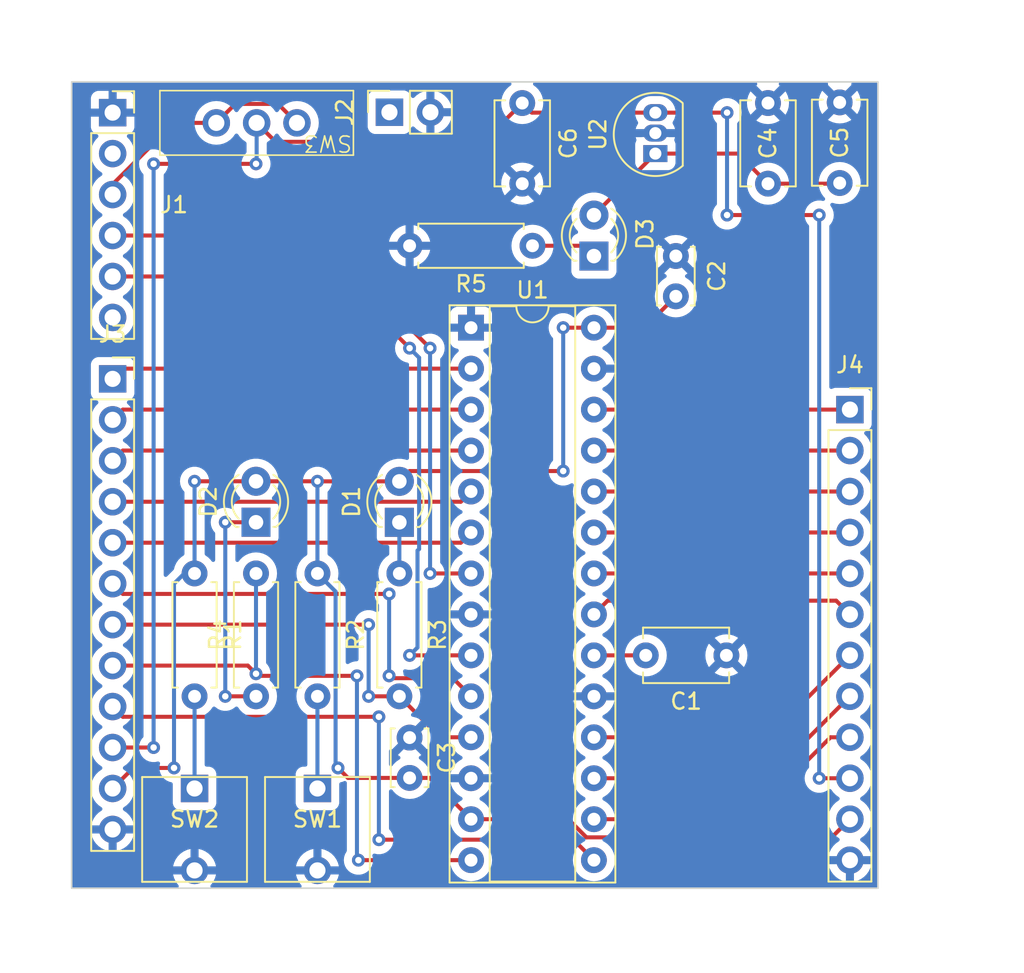
<source format=kicad_pcb>
(kicad_pcb (version 20221018) (generator pcbnew)
  (layers (0 "F.Cu" signal) (31 "B.Cu" signal) (34 "B.Paste" user) (35 "F.Paste" user) (36 "B.SilkS" user "B.Silkscreen") (37 "F.SilkS" user "F.Silkscreen") (38 "B.Mask" user) (39 "F.Mask" user) (44 "Edge.Cuts" user))
  (net 0 "")
  (net 1 "GND")
  (net 2 "Net-(U1-Vcap)")
  (net 3 "+3.3V")
  (net 4 "Net-(D3-A)")
  (net 5 "/Vin")
  (net 6 "Net-(D1-K)")
  (net 7 "Net-(D2-K)")
  (net 8 "Net-(D3-K)")
  (net 10 "Net-(J1-Pin_3)")
  (net 11 "/B3")
  (net 12 "/A2")
  (net 14 "Net-(J2-Pin_1)")
  (net 15 "/A0")
  (net 16 "/A1")
  (net 17 "/B0")
  (net 18 "/B1")
  (net 19 "/B2")
  (net 20 "/A3")
  (net 21 "/B4")
  (net 22 "/B5")
  (net 23 "/B6")
  (net 24 "/B15")
  (net 25 "/B14")
  (net 26 "/B13")
  (net 27 "/B12")
  (net 28 "/B11")
  (net 29 "/B10")
  (net 30 "/B9")
  (net 31 "/B8")
  (net 32 "/B7")
  (net 33 "Net-(R1-Pad2)")
  (net 34 "Net-(R2-Pad2)")
  (footprint "Package_DIP:DIP-28_W7.62mm_Socket" (layer "F.Cu") (at 154.305 83.82)
    (fp_text reference "U1" (at 3.81 -2.33) (layer "F.SilkS"))
    (fp_text value "PIC32MX170F256B")
    (fp_line (start -1.33 -1.39) (end -1.33 34.41) (stroke (width 0.12)) (layer "F.SilkS"))
    (fp_line (start -1.33 34.41) (end 8.95 34.41) (stroke (width 0.12)) (layer "F.SilkS"))
    (fp_line (start 1.16 -1.33) (end 1.16 34.35) (stroke (width 0.12)) (layer "F.SilkS"))
    (fp_line (start 1.16 34.35) (end 6.46 34.35) (stroke (width 0.12)) (layer "F.SilkS"))
    (fp_line (start 2.81 -1.33) (end 1.16 -1.33) (stroke (width 0.12)) (layer "F.SilkS"))
    (fp_line (start 6.46 -1.33) (end 4.81 -1.33) (stroke (width 0.12)) (layer "F.SilkS"))
    (fp_line (start 6.46 34.35) (end 6.46 -1.33) (stroke (width 0.12)) (layer "F.SilkS"))
    (fp_line (start 8.95 -1.39) (end -1.33 -1.39) (stroke (width 0.12)) (layer "F.SilkS"))
    (fp_line (start 8.95 34.41) (end 8.95 -1.39) (stroke (width 0.12)) (layer "F.SilkS"))
    (fp_arc (start 4.81 -1.33) (mid 3.81 -0.33) (end 2.81 -1.33) (stroke (width 0.12)) (layer "F.SilkS"))
    (pad "1" thru_hole rect (at 0 0) (size 1.6 1.6) (drill 0.8) (layers "*.Cu" "*.Mask") (net 1 "GND"))
    (pad "2" thru_hole oval (at 0 2.54) (size 1.6 1.6) (drill 0.8) (layers "*.Cu" "*.Mask") (net 15 "/A0"))
    (pad "3" thru_hole oval (at 0 5.08) (size 1.6 1.6) (drill 0.8) (layers "*.Cu" "*.Mask") (net 16 "/A1"))
    (pad "4" thru_hole oval (at 0 7.62) (size 1.6 1.6) (drill 0.8) (layers "*.Cu" "*.Mask") (net 17 "/B0"))
    (pad "5" thru_hole oval (at 0 10.16) (size 1.6 1.6) (drill 0.8) (layers "*.Cu" "*.Mask") (net 18 "/B1"))
    (pad "6" thru_hole oval (at 0 12.7) (size 1.6 1.6) (drill 0.8) (layers "*.Cu" "*.Mask") (net 19 "/B2"))
    (pad "7" thru_hole oval (at 0 15.24) (size 1.6 1.6) (drill 0.8) (layers "*.Cu" "*.Mask") (net 11 "/B3"))
    (pad "8" thru_hole oval (at 0 17.78) (size 1.6 1.6) (drill 0.8) (layers "*.Cu" "*.Mask") (net 1 "GND"))
    (pad "9" thru_hole oval (at 0 20.32) (size 1.6 1.6) (drill 0.8) (layers "*.Cu" "*.Mask") (net 12 "/A2"))
    (pad "10" thru_hole oval (at 0 22.86) (size 1.6 1.6) (drill 0.8) (layers "*.Cu" "*.Mask") (net 20 "/A3"))
    (pad "11" thru_hole oval (at 0 25.4) (size 1.6 1.6) (drill 0.8) (layers "*.Cu" "*.Mask") (net 21 "/B4"))
    (pad "12" thru_hole oval (at 0 27.94) (size 1.6 1.6) (drill 0.8) (layers "*.Cu" "*.Mask") (net 1 "GND"))
    (pad "13" thru_hole oval (at 0 30.48) (size 1.6 1.6) (drill 0.8) (layers "*.Cu" "*.Mask") (net 3 "+3.3V"))
    (pad "14" thru_hole oval (at 0 33.02) (size 1.6 1.6) (drill 0.8) (layers "*.Cu" "*.Mask") (net 22 "/B5"))
    (pad "15" thru_hole oval (at 7.62 33.02) (size 1.6 1.6) (drill 0.8) (layers "*.Cu" "*.Mask") (net 23 "/B6"))
    (pad "16" thru_hole oval (at 7.62 30.48) (size 1.6 1.6) (drill 0.8) (layers "*.Cu" "*.Mask") (net 32 "/B7"))
    (pad "17" thru_hole oval (at 7.62 27.94) (size 1.6 1.6) (drill 0.8) (layers "*.Cu" "*.Mask") (net 31 "/B8"))
    (pad "18" thru_hole oval (at 7.62 25.4) (size 1.6 1.6) (drill 0.8) (layers "*.Cu" "*.Mask") (net 30 "/B9"))
    (pad "19" thru_hole oval (at 7.62 22.86) (size 1.6 1.6) (drill 0.8) (layers "*.Cu" "*.Mask") (net 1 "GND"))
    (pad "20" thru_hole oval (at 7.62 20.32) (size 1.6 1.6) (drill 0.8) (layers "*.Cu" "*.Mask") (net 2 "Net-(U1-Vcap)"))
    (pad "21" thru_hole oval (at 7.62 17.78) (size 1.6 1.6) (drill 0.8) (layers "*.Cu" "*.Mask") (net 29 "/B10"))
    (pad "22" thru_hole oval (at 7.62 15.24) (size 1.6 1.6) (drill 0.8) (layers "*.Cu" "*.Mask") (net 28 "/B11"))
    (pad "23" thru_hole oval (at 7.62 12.7) (size 1.6 1.6) (drill 0.8) (layers "*.Cu" "*.Mask") (net 27 "/B12"))
    (pad "24" thru_hole oval (at 7.62 10.16) (size 1.6 1.6) (drill 0.8) (layers "*.Cu" "*.Mask") (net 26 "/B13"))
    (pad "25" thru_hole oval (at 7.62 7.62) (size 1.6 1.6) (drill 0.8) (layers "*.Cu" "*.Mask") (net 25 "/B14"))
    (pad "26" thru_hole oval (at 7.62 5.08) (size 1.6 1.6) (drill 0.8) (layers "*.Cu" "*.Mask") (net 24 "/B15"))
    (pad "27" thru_hole oval (at 7.62 2.54) (size 1.6 1.6) (drill 0.8) (layers "*.Cu" "*.Mask") (net 1 "GND"))
    (pad "28" thru_hole oval (at 7.62 0) (size 1.6 1.6) (drill 0.8) (layers "*.Cu" "*.Mask") (net 3 "+3.3V"))
  )
  (footprint "LED_THT:LED_D3.0mm" (layer "F.Cu") (at 149.86 95.89 90)
    (fp_text reference "D1" (at 1.27 -2.96 90) (layer "F.SilkS"))
    (fp_text value "GREEN")
    (fp_line (start -0.29 -1.236) (end -0.29 -1.08) (stroke (width 0.12)) (layer "F.SilkS"))
    (fp_line (start -0.29 1.08) (end -0.29 1.236) (stroke (width 0.12)) (layer "F.SilkS"))
    (fp_arc (start -0.29 -1.235516) (mid 1.366487 -1.987659) (end 2.942335 -1.078608) (stroke (width 0.12)) (layer "F.SilkS"))
    (fp_arc (start 0.229039 -1.08) (mid 1.270117 -1.5) (end 2.31113 -1.079837) (stroke (width 0.12)) (layer "F.SilkS"))
    (fp_arc (start 2.31113 1.079837) (mid 1.270117 1.5) (end 0.229039 1.08) (stroke (width 0.12)) (layer "F.SilkS"))
    (fp_arc (start 2.942335 1.078608) (mid 1.366487 1.987659) (end -0.29 1.235516) (stroke (width 0.12)) (layer "F.SilkS"))
    (pad "1" thru_hole rect (at 0 0 90) (size 1.8 1.8) (drill 0.9) (layers "*.Cu" "*.Mask") (net 6 "Net-(D1-K)"))
    (pad "2" thru_hole circle (at 2.54 0 90) (size 1.8 1.8) (drill 0.9) (layers "*.Cu" "*.Mask") (net 3 "+3.3V"))
  )
  (footprint "Resistor_THT:R_Axial_DIN0207_L6.3mm_D2.5mm_P7.62mm_Horizontal" (layer "F.Cu") (at 137.16 99.06 -90)
    (fp_text reference "R1" (at 3.81 -2.37 90) (layer "F.SilkS"))
    (fp_text value "10K")
    (fp_line (start 0.54 -1.37) (end 7.08 -1.37) (stroke (width 0.12)) (layer "F.SilkS"))
    (fp_line (start 0.54 -1.04) (end 0.54 -1.37) (stroke (width 0.12)) (layer "F.SilkS"))
    (fp_line (start 0.54 1.04) (end 0.54 1.37) (stroke (width 0.12)) (layer "F.SilkS"))
    (fp_line (start 0.54 1.37) (end 7.08 1.37) (stroke (width 0.12)) (layer "F.SilkS"))
    (fp_line (start 7.08 -1.37) (end 7.08 -1.04) (stroke (width 0.12)) (layer "F.SilkS"))
    (fp_line (start 7.08 1.37) (end 7.08 1.04) (stroke (width 0.12)) (layer "F.SilkS"))
    (pad "1" thru_hole circle (at 0 0 270) (size 1.6 1.6) (drill 0.8) (layers "*.Cu" "*.Mask") (net 3 "+3.3V"))
    (pad "2" thru_hole oval (at 7.62 0 270) (size 1.6 1.6) (drill 0.8) (layers "*.Cu" "*.Mask") (net 33 "Net-(R1-Pad2)"))
  )
  (footprint "Package_TO_SOT_THT:TO-92L_Inline" (layer "F.Cu") (at 165.735 73.025 90)
    (fp_text reference "U2" (at 1.19 -3.56 90) (layer "F.SilkS"))
    (fp_text value "AP7381-33V")
    (fp_line (start -0.75 1.7) (end 3.1 1.7) (stroke (width 0.12)) (layer "F.SilkS"))
    (fp_arc (start -0.75 1.7) (mid 1.183448 -2.579449) (end 3.138611 1.690122) (stroke (width 0.12)) (layer "F.SilkS"))
    (pad "1" thru_hole rect (at 0 0 90) (size 1.05 1.5) (drill 0.75) (layers "*.Cu" "*.Mask") (net 4 "Net-(D3-A)"))
    (pad "2" thru_hole oval (at 1.27 0 90) (size 1.05 1.5) (drill 0.75) (layers "*.Cu" "*.Mask") (net 1 "GND"))
    (pad "3" thru_hole oval (at 2.54 0 90) (size 1.05 1.5) (drill 0.75) (layers "*.Cu" "*.Mask") (net 5 "/Vin"))
  )
  (footprint "Connector_PinSocket_2.54mm:PinSocket_1x12_P2.54mm_Vertical" (layer "F.Cu") (at 177.8 88.9)
    (fp_text reference "J4" (at 0 -2.77) (layer "F.SilkS"))
    (fp_text value "Right")
    (fp_line (start -1.33 1.27) (end -1.33 29.27) (stroke (width 0.12)) (layer "F.SilkS"))
    (fp_line (start -1.33 1.27) (end 1.33 1.27) (stroke (width 0.12)) (layer "F.SilkS"))
    (fp_line (start -1.33 29.27) (end 1.33 29.27) (stroke (width 0.12)) (layer "F.SilkS"))
    (fp_line (start 0 -1.33) (end 1.33 -1.33) (stroke (width 0.12)) (layer "F.SilkS"))
    (fp_line (start 1.33 -1.33) (end 1.33 0) (stroke (width 0.12)) (layer "F.SilkS"))
    (fp_line (start 1.33 1.27) (end 1.33 29.27) (stroke (width 0.12)) (layer "F.SilkS"))
    (pad "1" thru_hole rect (at 0 0) (size 1.7 1.7) (drill 1) (layers "*.Cu" "*.Mask") (net 24 "/B15"))
    (pad "2" thru_hole oval (at 0 2.54) (size 1.7 1.7) (drill 1) (layers "*.Cu" "*.Mask") (net 25 "/B14"))
    (pad "3" thru_hole oval (at 0 5.08) (size 1.7 1.7) (drill 1) (layers "*.Cu" "*.Mask") (net 26 "/B13"))
    (pad "4" thru_hole oval (at 0 7.62) (size 1.7 1.7) (drill 1) (layers "*.Cu" "*.Mask") (net 27 "/B12"))
    (pad "5" thru_hole oval (at 0 10.16) (size 1.7 1.7) (drill 1) (layers "*.Cu" "*.Mask") (net 28 "/B11"))
    (pad "6" thru_hole oval (at 0 12.7) (size 1.7 1.7) (drill 1) (layers "*.Cu" "*.Mask") (net 29 "/B10"))
    (pad "7" thru_hole oval (at 0 15.24) (size 1.7 1.7) (drill 1) (layers "*.Cu" "*.Mask") (net 30 "/B9"))
    (pad "8" thru_hole oval (at 0 17.78) (size 1.7 1.7) (drill 1) (layers "*.Cu" "*.Mask") (net 31 "/B8"))
    (pad "9" thru_hole oval (at 0 20.32) (size 1.7 1.7) (drill 1) (layers "*.Cu" "*.Mask") (net 32 "/B7"))
    (pad "10" thru_hole oval (at 0 22.86) (size 1.7 1.7) (drill 1) (layers "*.Cu" "*.Mask") (net 5 "/Vin"))
    (pad "11" thru_hole oval (at 0 25.4) (size 1.7 1.7) (drill 1) (layers "*.Cu" "*.Mask") (net 3 "+3.3V"))
    (pad "12" thru_hole oval (at 0 27.94) (size 1.7 1.7) (drill 1) (layers "*.Cu" "*.Mask") (net 1 "GND"))
  )
  (footprint "LED_THT:LED_D3.0mm" (layer "F.Cu") (at 140.97 95.885 90)
    (fp_text reference "D2" (at 1.27 -2.96 90) (layer "F.SilkS"))
    (fp_text value "YELLOW")
    (fp_line (start -0.29 -1.236) (end -0.29 -1.08) (stroke (width 0.12)) (layer "F.SilkS"))
    (fp_line (start -0.29 1.08) (end -0.29 1.236) (stroke (width 0.12)) (layer "F.SilkS"))
    (fp_arc (start -0.29 -1.235516) (mid 1.366487 -1.987659) (end 2.942335 -1.078608) (stroke (width 0.12)) (layer "F.SilkS"))
    (fp_arc (start 0.229039 -1.08) (mid 1.270117 -1.5) (end 2.31113 -1.079837) (stroke (width 0.12)) (layer "F.SilkS"))
    (fp_arc (start 2.31113 1.079837) (mid 1.270117 1.5) (end 0.229039 1.08) (stroke (width 0.12)) (layer "F.SilkS"))
    (fp_arc (start 2.942335 1.078608) (mid 1.366487 1.987659) (end -0.29 1.235516) (stroke (width 0.12)) (layer "F.SilkS"))
    (pad "1" thru_hole rect (at 0 0 90) (size 1.8 1.8) (drill 0.9) (layers "*.Cu" "*.Mask") (net 7 "Net-(D2-K)"))
    (pad "2" thru_hole circle (at 2.54 0 90) (size 1.8 1.8) (drill 0.9) (layers "*.Cu" "*.Mask") (net 3 "+3.3V"))
  )
  (footprint "Connector_PinSocket_2.54mm:PinSocket_1x02_P2.54mm_Vertical" (layer "F.Cu") (at 149.245 70.46 90)
    (fp_text reference "J2" (at 0 -2.77 90) (layer "F.SilkS"))
    (fp_text value "Battery")
    (fp_line (start -1.33 1.27) (end -1.33 3.87) (stroke (width 0.12)) (layer "F.SilkS"))
    (fp_line (start -1.33 1.27) (end 1.33 1.27) (stroke (width 0.12)) (layer "F.SilkS"))
    (fp_line (start -1.33 3.87) (end 1.33 3.87) (stroke (width 0.12)) (layer "F.SilkS"))
    (fp_line (start 0 -1.33) (end 1.33 -1.33) (stroke (width 0.12)) (layer "F.SilkS"))
    (fp_line (start 1.33 -1.33) (end 1.33 0) (stroke (width 0.12)) (layer "F.SilkS"))
    (fp_line (start 1.33 1.27) (end 1.33 3.87) (stroke (width 0.12)) (layer "F.SilkS"))
    (pad "1" thru_hole rect (at 0 0 90) (size 1.7 1.7) (drill 1) (layers "*.Cu" "*.Mask") (net 14 "Net-(J2-Pin_1)"))
    (pad "2" thru_hole oval (at 0 2.54 90) (size 1.7 1.7) (drill 1) (layers "*.Cu" "*.Mask") (net 1 "GND"))
  )
  (footprint "Capacitor_THT:C_Disc_D5.1mm_W3.2mm_P5.00mm" (layer "F.Cu") (at 170.14 104.14 180)
    (fp_text reference "C1" (at 2.5 -2.85) (layer "F.SilkS"))
    (fp_text value "1uF")
    (fp_line (start -0.17 -1.721) (end -0.17 -1.055) (stroke (width 0.12)) (layer "F.SilkS"))
    (fp_line (start -0.17 -1.721) (end 5.17 -1.721) (stroke (width 0.12)) (layer "F.SilkS"))
    (fp_line (start -0.17 1.055) (end -0.17 1.721) (stroke (width 0.12)) (layer "F.SilkS"))
    (fp_line (start -0.17 1.721) (end 5.17 1.721) (stroke (width 0.12)) (layer "F.SilkS"))
    (fp_line (start 5.17 -1.721) (end 5.17 -1.055) (stroke (width 0.12)) (layer "F.SilkS"))
    (fp_line (start 5.17 1.055) (end 5.17 1.721) (stroke (width 0.12)) (layer "F.SilkS"))
    (pad "1" thru_hole circle (at 0 0 180) (size 1.6 1.6) (drill 0.8) (layers "*.Cu" "*.Mask") (net 1 "GND"))
    (pad "2" thru_hole circle (at 5 0 180) (size 1.6 1.6) (drill 0.8) (layers "*.Cu" "*.Mask") (net 2 "Net-(U1-Vcap)"))
  )
  (footprint "Capacitor_THT:C_Disc_D5.1mm_W3.2mm_P5.00mm" (layer "F.Cu") (at 177.165 74.85 90)
    (fp_text reference "C5" (at 2.5 0 90) (layer "F.SilkS"))
    (fp_text value "1uF")
    (fp_line (start -0.17 -1.721) (end -0.17 -1.055) (stroke (width 0.12)) (layer "F.SilkS"))
    (fp_line (start -0.17 -1.721) (end 5.17 -1.721) (stroke (width 0.12)) (layer "F.SilkS"))
    (fp_line (start -0.17 1.055) (end -0.17 1.721) (stroke (width 0.12)) (layer "F.SilkS"))
    (fp_line (start -0.17 1.721) (end 5.17 1.721) (stroke (width 0.12)) (layer "F.SilkS"))
    (fp_line (start 5.17 -1.721) (end 5.17 -1.055) (stroke (width 0.12)) (layer "F.SilkS"))
    (fp_line (start 5.17 1.055) (end 5.17 1.721) (stroke (width 0.12)) (layer "F.SilkS"))
    (pad "1" thru_hole circle (at 0 0 90) (size 1.6 1.6) (drill 0.8) (layers "*.Cu" "*.Mask") (net 4 "Net-(D3-A)"))
    (pad "2" thru_hole circle (at 5 0 90) (size 1.6 1.6) (drill 0.8) (layers "*.Cu" "*.Mask") (net 1 "GND"))
  )
  (footprint "Capacitor_THT:C_Disc_D3.4mm_W2.1mm_P2.50mm" (layer "F.Cu") (at 167.005 81.875 90)
    (fp_text reference "C2" (at 1.25 2.54 90) (layer "F.SilkS"))
    (fp_text value "0.1uF")
    (fp_line (start -0.57 -1.17) (end -0.57 -0.925) (stroke (width 0.12)) (layer "F.SilkS"))
    (fp_line (start -0.57 -1.17) (end 3.07 -1.17) (stroke (width 0.12)) (layer "F.SilkS"))
    (fp_line (start -0.57 0.925) (end -0.57 1.17) (stroke (width 0.12)) (layer "F.SilkS"))
    (fp_line (start -0.57 1.17) (end 3.07 1.17) (stroke (width 0.12)) (layer "F.SilkS"))
    (fp_line (start 3.07 -1.17) (end 3.07 -0.925) (stroke (width 0.12)) (layer "F.SilkS"))
    (fp_line (start 3.07 0.925) (end 3.07 1.17) (stroke (width 0.12)) (layer "F.SilkS"))
    (pad "1" thru_hole circle (at 0 0 90) (size 1.6 1.6) (drill 0.8) (layers "*.Cu" "*.Mask") (net 3 "+3.3V"))
    (pad "2" thru_hole circle (at 2.5 0 90) (size 1.6 1.6) (drill 0.8) (layers "*.Cu" "*.Mask") (net 1 "GND"))
  )
  (footprint "Capacitor_THT:C_Disc_D3.4mm_W2.1mm_P2.50mm" (layer "F.Cu") (at 150.495 109.24 -90)
    (fp_text reference "C3" (at 1.25 -2.3 90) (layer "F.SilkS"))
    (fp_text value "0.1uF")
    (fp_line (start -0.57 -1.17) (end -0.57 -0.925) (stroke (width 0.12)) (layer "F.SilkS"))
    (fp_line (start -0.57 -1.17) (end 3.07 -1.17) (stroke (width 0.12)) (layer "F.SilkS"))
    (fp_line (start -0.57 0.925) (end -0.57 1.17) (stroke (width 0.12)) (layer "F.SilkS"))
    (fp_line (start -0.57 1.17) (end 3.07 1.17) (stroke (width 0.12)) (layer "F.SilkS"))
    (fp_line (start 3.07 -1.17) (end 3.07 -0.925) (stroke (width 0.12)) (layer "F.SilkS"))
    (fp_line (start 3.07 0.925) (end 3.07 1.17) (stroke (width 0.12)) (layer "F.SilkS"))
    (pad "1" thru_hole circle (at 0 0 270) (size 1.6 1.6) (drill 0.8) (layers "*.Cu" "*.Mask") (net 1 "GND"))
    (pad "2" thru_hole circle (at 2.5 0 270) (size 1.6 1.6) (drill 0.8) (layers "*.Cu" "*.Mask") (net 3 "+3.3V"))
  )
  (footprint "Capacitor_THT:C_Disc_D5.1mm_W3.2mm_P5.00mm" (layer "F.Cu") (at 172.72 74.89 90)
    (fp_text reference "C4" (at 2.5 0 90) (layer "F.SilkS"))
    (fp_text value "1uF")
    (fp_line (start -0.17 -1.721) (end -0.17 -1.055) (stroke (width 0.12)) (layer "F.SilkS"))
    (fp_line (start -0.17 -1.721) (end 5.17 -1.721) (stroke (width 0.12)) (layer "F.SilkS"))
    (fp_line (start -0.17 1.055) (end -0.17 1.721) (stroke (width 0.12)) (layer "F.SilkS"))
    (fp_line (start -0.17 1.721) (end 5.17 1.721) (stroke (width 0.12)) (layer "F.SilkS"))
    (fp_line (start 5.17 -1.721) (end 5.17 -1.055) (stroke (width 0.12)) (layer "F.SilkS"))
    (fp_line (start 5.17 1.055) (end 5.17 1.721) (stroke (width 0.12)) (layer "F.SilkS"))
    (pad "1" thru_hole circle (at 0 0 90) (size 1.6 1.6) (drill 0.8) (layers "*.Cu" "*.Mask") (net 4 "Net-(D3-A)"))
    (pad "2" thru_hole circle (at 5 0 90) (size 1.6 1.6) (drill 0.8) (layers "*.Cu" "*.Mask") (net 1 "GND"))
  )
  (footprint "ME433_footprint:Pushbutton_sw" (layer "F.Cu") (at 137.16 114.935)
    (fp_text reference "SW2" (at 0 -0.635) (layer "F.SilkS"))
    (fp_text value "USER")
    (fp_line (start -3.25 -3.25) (end -3.25 3.25) (stroke (width 0.12)) (layer "F.SilkS"))
    (fp_line (start -3.25 -3.25) (end 3.25 -3.25) (stroke (width 0.12)) (layer "F.SilkS"))
    (fp_line (start -3.25 3.25) (end 3.25 3.25) (stroke (width 0.12)) (layer "F.SilkS"))
    (fp_line (start 3.25 -3.25) (end 3.25 3.25) (stroke (width 0.12)) (layer "F.SilkS"))
    (pad "1" thru_hole rect (at 0 -2.54) (size 1.7 1.7) (drill 1) (layers "*.Cu" "*.Mask") (net 33 "Net-(R1-Pad2)"))
    (pad "2" thru_hole oval (at 0 2.54) (size 1.7 1.7) (drill 1) (layers "*.Cu" "*.Mask") (net 1 "GND"))
  )
  (footprint "Resistor_THT:R_Axial_DIN0207_L6.3mm_D2.5mm_P7.62mm_Horizontal" (layer "F.Cu") (at 149.86 99.06 -90)
    (fp_text reference "R3" (at 3.81 -2.37 90) (layer "F.SilkS"))
    (fp_text value "330")
    (fp_line (start 0.54 -1.37) (end 7.08 -1.37) (stroke (width 0.12)) (layer "F.SilkS"))
    (fp_line (start 0.54 -1.04) (end 0.54 -1.37) (stroke (width 0.12)) (layer "F.SilkS"))
    (fp_line (start 0.54 1.04) (end 0.54 1.37) (stroke (width 0.12)) (layer "F.SilkS"))
    (fp_line (start 0.54 1.37) (end 7.08 1.37) (stroke (width 0.12)) (layer "F.SilkS"))
    (fp_line (start 7.08 -1.37) (end 7.08 -1.04) (stroke (width 0.12)) (layer "F.SilkS"))
    (fp_line (start 7.08 1.37) (end 7.08 1.04) (stroke (width 0.12)) (layer "F.SilkS"))
    (pad "1" thru_hole circle (at 0 0 270) (size 1.6 1.6) (drill 0.8) (layers "*.Cu" "*.Mask") (net 6 "Net-(D1-K)"))
    (pad "2" thru_hole oval (at 7.62 0 270) (size 1.6 1.6) (drill 0.8) (layers "*.Cu" "*.Mask") (net 21 "/B4"))
  )
  (footprint "LED_THT:LED_D3.0mm" (layer "F.Cu") (at 161.925 79.38 90)
    (fp_text reference "D3" (at 1.366487 3.175 90) (layer "F.SilkS"))
    (fp_text value "RED")
    (fp_line (start -0.29 -1.236) (end -0.29 -1.08) (stroke (width 0.12)) (layer "F.SilkS"))
    (fp_line (start -0.29 1.08) (end -0.29 1.236) (stroke (width 0.12)) (layer "F.SilkS"))
    (fp_arc (start -0.29 -1.235516) (mid 1.366487 -1.987659) (end 2.942335 -1.078608) (stroke (width 0.12)) (layer "F.SilkS"))
    (fp_arc (start 0.229039 -1.08) (mid 1.270117 -1.5) (end 2.31113 -1.079837) (stroke (width 0.12)) (layer "F.SilkS"))
    (fp_arc (start 2.31113 1.079837) (mid 1.270117 1.5) (end 0.229039 1.08) (stroke (width 0.12)) (layer "F.SilkS"))
    (fp_arc (start 2.942335 1.078608) (mid 1.366487 1.987659) (end -0.29 1.235516) (stroke (width 0.12)) (layer "F.SilkS"))
    (pad "1" thru_hole rect (at 0 0 90) (size 1.8 1.8) (drill 0.9) (layers "*.Cu" "*.Mask") (net 8 "Net-(D3-K)"))
    (pad "2" thru_hole circle (at 2.54 0 90) (size 1.8 1.8) (drill 0.9) (layers "*.Cu" "*.Mask") (net 4 "Net-(D3-A)"))
  )
  (footprint "Connector_PinSocket_2.54mm:PinSocket_1x06_P2.54mm_Vertical" (layer "F.Cu") (at 132.08 70.485)
    (fp_text reference "J1" (at 3.81 5.715) (layer "F.SilkS"))
    (fp_text value "CP2102")
    (fp_line (start -1.33 1.27) (end -1.33 14.03) (stroke (width 0.12)) (layer "F.SilkS"))
    (fp_line (start -1.33 1.27) (end 1.33 1.27) (stroke (width 0.12)) (layer "F.SilkS"))
    (fp_line (start -1.33 14.03) (end 1.33 14.03) (stroke (width 0.12)) (layer "F.SilkS"))
    (fp_line (start 0 -1.33) (end 1.33 -1.33) (stroke (width 0.12)) (layer "F.SilkS"))
    (fp_line (start 1.33 -1.33) (end 1.33 0) (stroke (width 0.12)) (layer "F.SilkS"))
    (fp_line (start 1.33 1.27) (end 1.33 14.03) (stroke (width 0.12)) (layer "F.SilkS"))
    (pad "1" thru_hole rect (at 0 0) (size 1.7 1.7) (drill 1) (layers "*.Cu" "*.Mask") (net 1 "GND"))
    (pad "2" thru_hole oval (at 0 2.54) (size 1.7 1.7) (drill 1) (layers "*.Cu" "*.Mask"))
    (pad "3" thru_hole oval (at 0 5.08) (size 1.7 1.7) (drill 1) (layers "*.Cu" "*.Mask") (net 10 "Net-(J1-Pin_3)"))
    (pad "4" thru_hole oval (at 0 7.62) (size 1.7 1.7) (drill 1) (layers "*.Cu" "*.Mask") (net 11 "/B3"))
    (pad "5" thru_hole oval (at 0 10.16) (size 1.7 1.7) (drill 1) (layers "*.Cu" "*.Mask") (net 12 "/A2"))
    (pad "6" thru_hole oval (at 0 12.7) (size 1.7 1.7) (drill 1) (layers "*.Cu" "*.Mask"))
  )
  (footprint "Capacitor_THT:C_Disc_D5.1mm_W3.2mm_P5.00mm" (layer "F.Cu") (at 157.48 69.89 -90)
    (fp_text reference "C6" (at 2.5 -2.85 90) (layer "F.SilkS"))
    (fp_text value "1uF")
    (fp_line (start -0.17 -1.721) (end -0.17 -1.055) (stroke (width 0.12)) (layer "F.SilkS"))
    (fp_line (start -0.17 -1.721) (end 5.17 -1.721) (stroke (width 0.12)) (layer "F.SilkS"))
    (fp_line (start -0.17 1.055) (end -0.17 1.721) (stroke (width 0.12)) (layer "F.SilkS"))
    (fp_line (start -0.17 1.721) (end 5.17 1.721) (stroke (width 0.12)) (layer "F.SilkS"))
    (fp_line (start 5.17 -1.721) (end 5.17 -1.055) (stroke (width 0.12)) (layer "F.SilkS"))
    (fp_line (start 5.17 1.055) (end 5.17 1.721) (stroke (width 0.12)) (layer "F.SilkS"))
    (pad "1" thru_hole circle (at 0 0 270) (size 1.6 1.6) (drill 0.8) (layers "*.Cu" "*.Mask") (net 5 "/Vin"))
    (pad "2" thru_hole circle (at 5 0 270) (size 1.6 1.6) (drill 0.8) (layers "*.Cu" "*.Mask") (net 1 "GND"))
  )
  (footprint "Resistor_THT:R_Axial_DIN0207_L6.3mm_D2.5mm_P7.62mm_Horizontal" (layer "F.Cu") (at 158.115 78.74 180)
    (fp_text reference "R5" (at 3.81 -2.37) (layer "F.SilkS"))
    (fp_text value "330")
    (fp_line (start 0.54 -1.37) (end 7.08 -1.37) (stroke (width 0.12)) (layer "F.SilkS"))
    (fp_line (start 0.54 -1.04) (end 0.54 -1.37) (stroke (width 0.12)) (layer "F.SilkS"))
    (fp_line (start 0.54 1.04) (end 0.54 1.37) (stroke (width 0.12)) (layer "F.SilkS"))
    (fp_line (start 0.54 1.37) (end 7.08 1.37) (stroke (width 0.12)) (layer "F.SilkS"))
    (fp_line (start 7.08 -1.37) (end 7.08 -1.04) (stroke (width 0.12)) (layer "F.SilkS"))
    (fp_line (start 7.08 1.37) (end 7.08 1.04) (stroke (width 0.12)) (layer "F.SilkS"))
    (pad "1" thru_hole circle (at 0 0 180) (size 1.6 1.6) (drill 0.8) (layers "*.Cu" "*.Mask") (net 8 "Net-(D3-K)"))
    (pad "2" thru_hole oval (at 7.62 0 180) (size 1.6 1.6) (drill 0.8) (layers "*.Cu" "*.Mask") (net 1 "GND"))
  )
  (footprint "ME433_footprint:Slide_sw" (layer "F.Cu") (at 141.01 71.12 180)
    (fp_text reference "SW3" (at -4.405 -1.27 180 unlocked) (layer "F.SilkS") (effects (font (thickness 0.1))))
    (fp_text value "SW_Slide")
    (fp_line (start -6 -2) (end 6 -2) (stroke (width 0.1)) (layer "F.SilkS"))
    (fp_line (start -6 2) (end -6 -2) (stroke (width 0.1)) (layer "F.SilkS"))
    (fp_line (start -6 2) (end 6 2) (stroke (width 0.1)) (layer "F.SilkS"))
    (fp_line (start 6 2) (end 6 -2) (stroke (width 0.1)) (layer "F.SilkS"))
    (pad "1" thru_hole circle (at -2.5 0 180) (size 1.7 1.7) (drill 1) (layers "*.Cu" "*.Mask" "Dwgs.User") (net 10 "Net-(J1-Pin_3)"))
    (pad "1" thru_hole circle (at 2.5 0 180) (size 1.7 1.7) (drill 1) (layers "*.Cu" "*.Mask") (net 10 "Net-(J1-Pin_3)"))
    (pad "2" thru_hole circle (at 0 0 180) (size 1.7 1.7) (drill 1) (layers "*.Cu" "*.Mask") (net 5 "/Vin"))
  )
  (footprint "Resistor_THT:R_Axial_DIN0207_L6.3mm_D2.5mm_P7.62mm_Horizontal" (layer "F.Cu") (at 144.78 99.06 -90)
    (fp_text reference "R2" (at 3.81 -2.37 90) (layer "F.SilkS"))
    (fp_text value "10K")
    (fp_line (start 0.54 -1.37) (end 7.08 -1.37) (stroke (width 0.12)) (layer "F.SilkS"))
    (fp_line (start 0.54 -1.04) (end 0.54 -1.37) (stroke (width 0.12)) (layer "F.SilkS"))
    (fp_line (start 0.54 1.04) (end 0.54 1.37) (stroke (width 0.12)) (layer "F.SilkS"))
    (fp_line (start 0.54 1.37) (end 7.08 1.37) (stroke (width 0.12)) (layer "F.SilkS"))
    (fp_line (start 7.08 -1.37) (end 7.08 -1.04) (stroke (width 0.12)) (layer "F.SilkS"))
    (fp_line (start 7.08 1.37) (end 7.08 1.04) (stroke (width 0.12)) (layer "F.SilkS"))
    (pad "1" thru_hole circle (at 0 0 270) (size 1.6 1.6) (drill 0.8) (layers "*.Cu" "*.Mask") (net 3 "+3.3V"))
    (pad "2" thru_hole oval (at 7.62 0 270) (size 1.6 1.6) (drill 0.8) (layers "*.Cu" "*.Mask") (net 34 "Net-(R2-Pad2)"))
  )
  (footprint "Resistor_THT:R_Axial_DIN0207_L6.3mm_D2.5mm_P7.62mm_Horizontal" (layer "F.Cu") (at 140.97 106.68 90)
    (fp_text reference "R4" (at 3.81 -2.37 90) (layer "F.SilkS"))
    (fp_text value "330")
    (fp_line (start 0.54 -1.37) (end 7.08 -1.37) (stroke (width 0.12)) (layer "F.SilkS"))
    (fp_line (start 0.54 -1.04) (end 0.54 -1.37) (stroke (width 0.12)) (layer "F.SilkS"))
    (fp_line (start 0.54 1.04) (end 0.54 1.37) (stroke (width 0.12)) (layer "F.SilkS"))
    (fp_line (start 0.54 1.37) (end 7.08 1.37) (stroke (width 0.12)) (layer "F.SilkS"))
    (fp_line (start 7.08 -1.37) (end 7.08 -1.04) (stroke (width 0.12)) (layer "F.SilkS"))
    (fp_line (start 7.08 1.37) (end 7.08 1.04) (stroke (width 0.12)) (layer "F.SilkS"))
    (pad "1" thru_hole circle (at 0 0 90) (size 1.6 1.6) (drill 0.8) (layers "*.Cu" "*.Mask") (net 7 "Net-(D2-K)"))
    (pad "2" thru_hole oval (at 7.62 0 90) (size 1.6 1.6) (drill 0.8) (layers "*.Cu" "*.Mask") (net 22 "/B5"))
  )
  (footprint "ME433_footprint:Pushbutton_sw" (layer "F.Cu") (at 144.78 114.935)
    (fp_text reference "SW1" (at 0 -0.635) (layer "F.SilkS"))
    (fp_text value "RESET")
    (fp_line (start -3.25 -3.25) (end -3.25 3.25) (stroke (width 0.12)) (layer "F.SilkS"))
    (fp_line (start -3.25 -3.25) (end 3.25 -3.25) (stroke (width 0.12)) (layer "F.SilkS"))
    (fp_line (start -3.25 3.25) (end 3.25 3.25) (stroke (width 0.12)) (layer "F.SilkS"))
    (fp_line (start 3.25 -3.25) (end 3.25 3.25) (stroke (width 0.12)) (layer "F.SilkS"))
    (pad "1" thru_hole rect (at 0 -2.54) (size 1.7 1.7) (drill 1) (layers "*.Cu" "*.Mask") (net 34 "Net-(R2-Pad2)"))
    (pad "2" thru_hole oval (at 0 2.54) (size 1.7 1.7) (drill 1) (layers "*.Cu" "*.Mask") (net 1 "GND"))
  )
  (footprint "Connector_PinSocket_2.54mm:PinSocket_1x12_P2.54mm_Vertical" (layer "F.Cu") (at 132.08 86.995)
    (fp_text reference "J3" (at 0 -2.77) (layer "F.SilkS"))
    (fp_text value "Left")
    (fp_line (start -1.33 1.27) (end -1.33 29.27) (stroke (width 0.12)) (layer "F.SilkS"))
    (fp_line (start -1.33 1.27) (end 1.33 1.27) (stroke (width 0.12)) (layer "F.SilkS"))
    (fp_line (start -1.33 29.27) (end 1.33 29.27) (stroke (width 0.12)) (layer "F.SilkS"))
    (fp_line (start 0 -1.33) (end 1.33 -1.33) (stroke (width 0.12)) (layer "F.SilkS"))
    (fp_line (start 1.33 -1.33) (end 1.33 0) (stroke (width 0.12)) (layer "F.SilkS"))
    (fp_line (start 1.33 1.27) (end 1.33 29.27) (stroke (width 0.12)) (layer "F.SilkS"))
    (pad "1" thru_hole rect (at 0 0) (size 1.7 1.7) (drill 1) (layers "*.Cu" "*.Mask") (net 15 "/A0"))
    (pad "2" thru_hole oval (at 0 2.54) (size 1.7 1.7) (drill 1) (layers "*.Cu" "*.Mask") (net 16 "/A1"))
    (pad "3" thru_hole oval (at 0 5.08) (size 1.7 1.7) (drill 1) (layers "*.Cu" "*.Mask") (net 17 "/B0"))
    (pad "4" thru_hole oval (at 0 7.62) (size 1.7 1.7) (drill 1) (layers "*.Cu" "*.Mask") (net 18 "/B1"))
    (pad "5" thru_hole oval (at 0 10.16) (size 1.7 1.7) (drill 1) (layers "*.Cu" "*.Mask") (net 19 "/B2"))
    (pad "6" thru_hole oval (at 0 12.7) (size 1.7 1.7) (drill 1) (layers "*.Cu" "*.Mask") (net 20 "/A3"))
    (pad "7" thru_hole oval (at 0 15.24) (size 1.7 1.7) (drill 1) (layers "*.Cu" "*.Mask") (net 21 "/B4"))
    (pad "8" thru_hole oval (at 0 17.78) (size 1.7 1.7) (drill 1) (layers "*.Cu" "*.Mask") (net 22 "/B5"))
    (pad "9" thru_hole oval (at 0 20.32) (size 1.7 1.7) (drill 1) (layers "*.Cu" "*.Mask") (net 23 "/B6"))
    (pad "10" thru_hole oval (at 0 22.86) (size 1.7 1.7) (drill 1) (layers "*.Cu" "*.Mask") (net 5 "/Vin"))
    (pad "11" thru_hole oval (at 0 25.4) (size 1.7 1.7) (drill 1) (layers "*.Cu" "*.Mask") (net 3 "+3.3V"))
    (pad "12" thru_hole oval (at 0 27.94) (size 1.7 1.7) (drill 1) (layers "*.Cu" "*.Mask") (net 1 "GND"))
  )
  (gr_rect (start 129.54 68.58) (end 179.54 118.58) (stroke (width 0.1)) (fill none) (layer "Edge.Cuts"))
  (segment (start 161.925 104.14) (end 165.14 104.14) (width 0.25) (layer "F.Cu") (net 2))
  (segment (start 161.459009 115.425) (end 160.334009 114.3) (width 0.25) (layer "F.Cu") (net 3))
  (segment (start 161.925 83.82) (end 165.06 83.82) (width 0.25) (layer "F.Cu") (net 3))
  (segment (start 150.495 111.74) (end 151.745 111.74) (width 0.25) (layer "F.Cu") (net 3))
  (segment (start 150.5 92.71) (end 160.02 92.71) (width 0.25) (layer "F.Cu") (net 3))
  (segment (start 146.672824 111.74) (end 150.495 111.74) (width 0.25) (layer "F.Cu") (net 3))
  (segment (start 133.353912 111.121088) (end 135.886088 111.121088) (width 0.25) (layer "F.Cu") (net 3))
  (segment (start 149.86 93.35) (end 150.5 92.71) (width 0.25) (layer "F.Cu") (net 3))
  (segment (start 144.785 93.35) (end 149.86 93.35) (width 0.25) (layer "F.Cu") (net 3))
  (segment (start 177.8 114.3) (end 176.675 115.425) (width 0.25) (layer "F.Cu") (net 3))
  (segment (start 160.02 83.82) (end 161.925 83.82) (width 0.25) (layer "F.Cu") (net 3))
  (segment (start 160.334009 114.3) (end 154.305 114.3) (width 0.25) (layer "F.Cu") (net 3))
  (segment (start 144.78 93.345) (end 144.785 93.35) (width 0.25) (layer "F.Cu") (net 3))
  (segment (start 132.08 112.395) (end 133.353912 111.121088) (width 0.25) (layer "F.Cu") (net 3))
  (segment (start 151.745 111.74) (end 154.305 114.3) (width 0.25) (layer "F.Cu") (net 3))
  (segment (start 137.16 93.345) (end 140.97 93.345) (width 0.25) (layer "F.Cu") (net 3))
  (segment (start 146.053912 111.121088) (end 146.672824 111.74) (width 0.25) (layer "F.Cu") (net 3))
  (segment (start 140.97 93.345) (end 144.78 93.345) (width 0.25) (layer "F.Cu") (net 3))
  (segment (start 176.675 115.425) (end 161.459009 115.425) (width 0.25) (layer "F.Cu") (net 3))
  (segment (start 165.06 83.82) (end 167.005 81.875) (width 0.25) (layer "F.Cu") (net 3))
  (via (at 160.02 83.82) (size 0.8) (drill 0.4) (layers "F.Cu" "B.Cu") (net 3))
  (via (at 137.16 93.345) (size 0.8) (drill 0.4) (layers "F.Cu" "B.Cu") (net 3))
  (via (at 160.02 92.71) (size 0.8) (drill 0.4) (layers "F.Cu" "B.Cu") (net 3))
  (via (at 146.053912 111.121088) (size 0.8) (drill 0.4) (layers "F.Cu" "B.Cu") (net 3))
  (via (at 135.886088 111.121088) (size 0.8) (drill 0.4) (layers "F.Cu" "B.Cu") (net 3))
  (via (at 144.78 93.345) (size 0.8) (drill 0.4) (layers "F.Cu" "B.Cu") (net 3))
  (segment (start 145.905 100.185) (end 145.905 110.972176) (width 0.25) (layer "B.Cu") (net 3))
  (segment (start 144.78 99.06) (end 145.905 100.185) (width 0.25) (layer "B.Cu") (net 3))
  (segment (start 144.78 93.345) (end 144.78 99.06) (width 0.25) (layer "B.Cu") (net 3))
  (segment (start 137.16 98.425) (end 137.16 93.345) (width 0.25) (layer "B.Cu") (net 3))
  (segment (start 135.886088 111.121088) (end 135.886088 99.698912) (width 0.25) (layer "B.Cu") (net 3))
  (segment (start 136.525 99.06) (end 137.16 98.425) (width 0.25) (layer "B.Cu") (net 3))
  (segment (start 135.886088 99.698912) (end 136.525 99.06) (width 0.25) (layer "B.Cu") (net 3))
  (segment (start 145.905 110.972176) (end 146.053912 111.121088) (width 0.25) (layer "B.Cu") (net 3))
  (segment (start 160.02 92.71) (end 160.02 83.82) (width 0.25) (layer "B.Cu") (net 3))
  (segment (start 161.925 76.835) (end 165.735 73.025) (width 0.25) (layer "F.Cu") (net 4))
  (segment (start 170.855 73.025) (end 172.72 74.89) (width 0.25) (layer "F.Cu") (net 4))
  (segment (start 165.735 73.025) (end 170.855 73.025) (width 0.25) (layer "F.Cu") (net 4))
  (segment (start 177.125 74.89) (end 177.165 74.85) (width 0.25) (layer "F.Cu") (net 4))
  (segment (start 172.72 74.89) (end 177.125 74.89) (width 0.25) (layer "F.Cu") (net 4))
  (segment (start 177.8 111.76) (end 175.895 111.76) (width 0.25) (layer "F.Cu") (net 5))
  (segment (start 155.075 72.295) (end 142.185 72.295) (width 0.25) (layer "F.Cu") (net 5))
  (segment (start 158.075 70.485) (end 157.48 69.89) (width 0.25) (layer "F.Cu") (net 5))
  (segment (start 140.97 73.66) (end 134.62 73.66) (width 0.25) (layer "F.Cu") (net 5))
  (segment (start 165.735 70.485) (end 158.075 70.485) (width 0.25) (layer "F.Cu") (net 5))
  (segment (start 170.18 70.485) (end 165.735 70.485) (width 0.25) (layer "F.Cu") (net 5))
  (segment (start 142.185 72.295) (end 141.01 71.12) (width 0.25) (layer "F.Cu") (net 5))
  (segment (start 157.48 69.89) (end 155.075 72.295) (width 0.25) (layer "F.Cu") (net 5))
  (segment (start 134.62 109.855) (end 132.08 109.855) (width 0.25) (layer "F.Cu") (net 5))
  (segment (start 175.895 76.835) (end 170.18 76.835) (width 0.25) (layer "F.Cu") (net 5))
  (via (at 175.895 111.76) (size 0.8) (drill 0.4) (layers "F.Cu" "B.Cu") (net 5))
  (via (at 170.18 70.485) (size 0.8) (drill 0.4) (layers "F.Cu" "B.Cu") (net 5))
  (via (at 140.97 73.66) (size 0.8) (drill 0.4) (layers "F.Cu" "B.Cu") (net 5))
  (via (at 175.895 76.835) (size 0.8) (drill 0.4) (layers "F.Cu" "B.Cu") (net 5))
  (via (at 170.18 76.835) (size 0.8) (drill 0.4) (layers "F.Cu" "B.Cu") (net 5))
  (via (at 134.62 109.855) (size 0.8) (drill 0.4) (layers "F.Cu" "B.Cu") (net 5))
  (via (at 134.62 73.66) (size 0.8) (drill 0.4) (layers "F.Cu" "B.Cu") (net 5))
  (segment (start 141.01 73.62) (end 140.97 73.66) (width 0.25) (layer "B.Cu") (net 5))
  (segment (start 170.18 76.835) (end 170.18 70.485) (width 0.25) (layer "B.Cu") (net 5))
  (segment (start 141.01 71.12) (end 141.01 73.62) (width 0.25) (layer "B.Cu") (net 5))
  (segment (start 175.895 111.76) (end 175.895 76.835) (width 0.25) (layer "B.Cu") (net 5))
  (segment (start 134.62 73.66) (end 134.62 109.855) (width 0.25) (layer "B.Cu") (net 5))
  (segment (start 149.86 95.89) (end 149.86 99.06) (width 0.25) (layer "B.Cu") (net 6))
  (segment (start 139.065 95.885) (end 140.97 95.885) (width 0.25) (layer "F.Cu") (net 7))
  (segment (start 140.97 106.68) (end 139.065 106.68) (width 0.25) (layer "F.Cu") (net 7))
  (via (at 139.065 106.68) (size 0.8) (drill 0.4) (layers "F.Cu" "B.Cu") (net 7))
  (via (at 139.065 95.885) (size 0.8) (drill 0.4) (layers "F.Cu" "B.Cu") (net 7))
  (segment (start 139.065 106.68) (end 139.065 95.885) (width 0.25) (layer "B.Cu") (net 7))
  (segment (start 158.115 78.74) (end 161.29 78.74) (width 0.25) (layer "F.Cu") (net 8))
  (segment (start 161.29 78.74) (end 161.925 79.375) (width 0.25) (layer "F.Cu") (net 8))
  (segment (start 143.51 71.12) (end 142.335 69.945) (width 0.25) (layer "F.Cu") (net 10))
  (segment (start 135.89 71.12) (end 138.51 71.12) (width 0.25) (layer "F.Cu") (net 10))
  (segment (start 132.08 74.93) (end 135.89 71.12) (width 0.25) (layer "F.Cu") (net 10))
  (segment (start 142.335 69.945) (end 139.685 69.945) (width 0.25) (layer "F.Cu") (net 10))
  (segment (start 139.685 69.945) (end 138.51 71.12) (width 0.25) (layer "F.Cu") (net 10))
  (segment (start 132.08 75.565) (end 132.08 74.93) (width 0.25) (layer "F.Cu") (net 10))
  (segment (start 151.765 85.09) (end 144.78 78.105) (width 0.25) (layer "F.Cu") (net 11))
  (segment (start 144.78 78.105) (end 132.08 78.105) (width 0.25) (layer "F.Cu") (net 11))
  (segment (start 154.305 99.06) (end 151.765 99.06) (width 0.25) (layer "F.Cu") (net 11))
  (via (at 151.765 99.06) (size 0.8) (drill 0.4) (layers "F.Cu" "B.Cu") (net 11))
  (via (at 151.765 85.09) (size 0.8) (drill 0.4) (layers "F.Cu" "B.Cu") (net 11))
  (segment (start 151.765 99.06) (end 151.765 85.09) (width 0.25) (layer "B.Cu") (net 11))
  (segment (start 150.495 85.09) (end 146.05 80.645) (width 0.25) (layer "F.Cu") (net 12))
  (segment (start 154.305 104.14) (end 150.495 104.14) (width 0.25) (layer "F.Cu") (net 12))
  (segment (start 146.05 80.645) (end 132.08 80.645) (width 0.25) (layer "F.Cu") (net 12))
  (via (at 150.495 104.14) (size 0.8) (drill 0.4) (layers "F.Cu" "B.Cu") (net 12))
  (via (at 150.495 85.09) (size 0.8) (drill 0.4) (layers "F.Cu" "B.Cu") (net 12))
  (segment (start 151.085 97.545) (end 151.085 85.68) (width 0.25) (layer "B.Cu") (net 12))
  (segment (start 150.495 104.14) (end 150.985 103.65) (width 0.25) (layer "B.Cu") (net 12))
  (segment (start 150.985 97.645) (end 151.085 97.545) (width 0.25) (layer "B.Cu") (net 12))
  (segment (start 151.085 85.68) (end 150.495 85.09) (width 0.25) (layer "B.Cu") (net 12))
  (segment (start 150.985 103.65) (end 150.985 97.645) (width 0.25) (layer "B.Cu") (net 12))
  (segment (start 132.715 86.36) (end 132.08 86.995) (width 0.25) (layer "F.Cu") (net 15))
  (segment (start 154.305 86.36) (end 132.715 86.36) (width 0.25) (layer "F.Cu") (net 15))
  (segment (start 132.715 88.9) (end 132.08 89.535) (width 0.25) (layer "F.Cu") (net 16))
  (segment (start 154.305 88.9) (end 132.715 88.9) (width 0.25) (layer "F.Cu") (net 16))
  (segment (start 154.305 91.44) (end 132.715 91.44) (width 0.25) (layer "F.Cu") (net 17))
  (segment (start 132.715 91.44) (end 132.08 92.075) (width 0.25) (layer "F.Cu") (net 17))
  (segment (start 153.67 94.615) (end 132.08 94.615) (width 0.25) (layer "F.Cu") (net 18))
  (segment (start 154.305 93.98) (end 153.67 94.615) (width 0.25) (layer "F.Cu") (net 18))
  (segment (start 153.67 97.155) (end 131.445 97.155) (width 0.25) (layer "F.Cu") (net 19))
  (segment (start 154.305 96.52) (end 153.67 97.155) (width 0.25) (layer "F.Cu") (net 19))
  (segment (start 132.715 100.33) (end 132.08 99.695) (width 0.25) (layer "F.Cu") (net 20))
  (segment (start 149.37 105.555) (end 149.225 105.41) (width 0.25) (layer "F.Cu") (net 20))
  (segment (start 153.18 105.555) (end 149.37 105.555) (width 0.25) (layer "F.Cu") (net 20))
  (segment (start 154.305 106.68) (end 153.18 105.555) (width 0.25) (layer "F.Cu") (net 20))
  (segment (start 149.225 100.33) (end 132.715 100.33) (width 0.25) (layer "F.Cu") (net 20))
  (via (at 149.225 100.33) (size 0.8) (drill 0.4) (layers "F.Cu" "B.Cu") (net 20))
  (via (at 149.225 105.41) (size 0.8) (drill 0.4) (layers "F.Cu" "B.Cu") (net 20))
  (segment (start 149.225 105.41) (end 149.225 100.33) (width 0.25) (layer "B.Cu") (net 20))
  (segment (start 152.4 109.22) (end 149.86 106.68) (width 0.25) (layer "F.Cu") (net 21))
  (segment (start 147.955 102.235) (end 132.08 102.235) (width 0.25) (layer "F.Cu") (net 21))
  (segment (start 149.86 106.68) (end 147.955 106.68) (width 0.25) (layer "F.Cu") (net 21))
  (segment (start 154.305 109.22) (end 152.4 109.22) (width 0.25) (layer "F.Cu") (net 21))
  (via (at 147.955 106.68) (size 0.8) (drill 0.4) (layers "F.Cu" "B.Cu") (net 21))
  (via (at 147.955 102.235) (size 0.8) (drill 0.4) (layers "F.Cu" "B.Cu") (net 21))
  (segment (start 147.955 106.68) (end 147.955 102.235) (width 0.25) (layer "B.Cu") (net 21))
  (segment (start 140.97 105.280497) (end 140.464503 104.775) (width 0.25) (layer "F.Cu") (net 22))
  (segment (start 140.464503 104.775) (end 132.08 104.775) (width 0.25) (layer "F.Cu") (net 22))
  (segment (start 147.2305 105.41) (end 141.099503 105.41) (width 0.25) (layer "F.Cu") (net 22))
  (segment (start 154.305 116.84) (end 147.32 116.84) (width 0.25) (layer "F.Cu") (net 22))
  (segment (start 141.099503 105.41) (end 140.97 105.280497) (width 0.25) (layer "F.Cu") (net 22))
  (via (at 147.2305 105.41) (size 0.8) (drill 0.4) (layers "F.Cu" "B.Cu") (net 22))
  (via (at 140.97 105.280497) (size 0.8) (drill 0.4) (layers "F.Cu" "B.Cu") (net 22))
  (via (at 147.32 116.84) (size 0.8) (drill 0.4) (layers "F.Cu" "B.Cu") (net 22))
  (segment (start 147.32 116.84) (end 147.23 116.75) (width 0.25) (layer "B.Cu") (net 22))
  (segment (start 140.97 105.280497) (end 140.97 99.06) (width 0.25) (layer "B.Cu") (net 22))
  (segment (start 147.23 105.4105) (end 147.2305 105.41) (width 0.25) (layer "B.Cu") (net 22))
  (segment (start 147.23 116.75) (end 147.23 105.4105) (width 0.25) (layer "B.Cu") (net 22))
  (segment (start 132.715 107.95) (end 148.59 107.95) (width 0.25) (layer "F.Cu") (net 23))
  (segment (start 132.08 107.315) (end 132.715 107.95) (width 0.25) (layer "F.Cu") (net 23))
  (segment (start 160.655 115.57) (end 161.925 116.84) (width 0.25) (layer "F.Cu") (net 23))
  (segment (start 148.59 115.57) (end 160.655 115.57) (width 0.25) (layer "F.Cu") (net 23))
  (via (at 148.59 115.57) (size 0.8) (drill 0.4) (layers "F.Cu" "B.Cu") (net 23))
  (via (at 148.59 107.95) (size 0.8) (drill 0.4) (layers "F.Cu" "B.Cu") (net 23))
  (segment (start 148.59 107.95) (end 148.59 115.57) (width 0.25) (layer "B.Cu") (net 23))
  (segment (start 177.8 88.9) (end 161.925 88.9) (width 0.25) (layer "F.Cu") (net 24))
  (segment (start 177.8 91.44) (end 161.925 91.44) (width 0.25) (layer "F.Cu") (net 25))
  (segment (start 177.8 93.98) (end 161.925 93.98) (width 0.25) (layer "F.Cu") (net 26))
  (segment (start 177.8 96.52) (end 161.925 96.52) (width 0.25) (layer "F.Cu") (net 27))
  (segment (start 177.8 99.06) (end 161.925 99.06) (width 0.25) (layer "F.Cu") (net 28))
  (segment (start 176.95 100.75) (end 162.775 100.75) (width 0.25) (layer "F.Cu") (net 29))
  (segment (start 162.775 100.75) (end 161.925 101.6) (width 0.25) (layer "F.Cu") (net 29))
  (segment (start 177.8 101.6) (end 176.95 100.75) (width 0.25) (layer "F.Cu") (net 29))
  (segment (start 177.8 104.14) (end 172.72 109.22) (width 0.25) (layer "F.Cu") (net 30))
  (segment (start 172.72 109.22) (end 161.925 109.22) (width 0.25) (layer "F.Cu") (net 30))
  (segment (start 172.72 111.76) (end 161.925 111.76) (width 0.25) (layer "F.Cu") (net 31))
  (segment (start 177.8 106.68) (end 172.72 111.76) (width 0.25) (layer "F.Cu") (net 31))
  (segment (start 177.8 109.22) (end 176.597919 109.22) (width 0.25) (layer "F.Cu") (net 32))
  (segment (start 176.597919 109.22) (end 171.517919 114.3) (width 0.25) (layer "F.Cu") (net 32))
  (segment (start 171.517919 114.3) (end 161.925 114.3) (width 0.25) (layer "F.Cu") (net 32))
  (segment (start 137.16 112.395) (end 137.16 106.68) (width 0.25) (layer "B.Cu") (net 33))
  (segment (start 144.78 112.395) (end 144.78 106.68) (width 0.25) (layer "B.Cu") (net 34))
  (zone (net 1) (net_name "GND") (layer "B.Cu") (connect_pads (clearance 0.5)) (min_thickness 0.25) (fill yes (thermal_gap 0.5) (thermal_bridge_width 0.5))
    (polygon (pts (xy 188.595 81.28) (xy 188.595 121.92) (xy 125.095 123.825) (xy 125.095 63.5) (xy 187.96 63.5)))
  )
)
</source>
